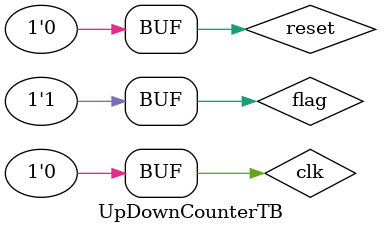
<source format=v>
`timescale 1ns / 1ps


module UpDownCounterTB();

    reg clk, reset, flag;
    wire [3:0] UpDownCounter;

    UpDownCounterMain DUT(clk, reset, flag, UpDownCounter);

    initial begin 
        clk=0;
        flag=0;
        repeat(96) 
            #5 clk=~clk;
    end
    initial begin
        reset = 1;
        #10
        reset = 0;
        flag = 0;
        #150;
        reset = 1;
        #10;
        flag = 1;
        reset = 0;
    end

endmodule

</source>
